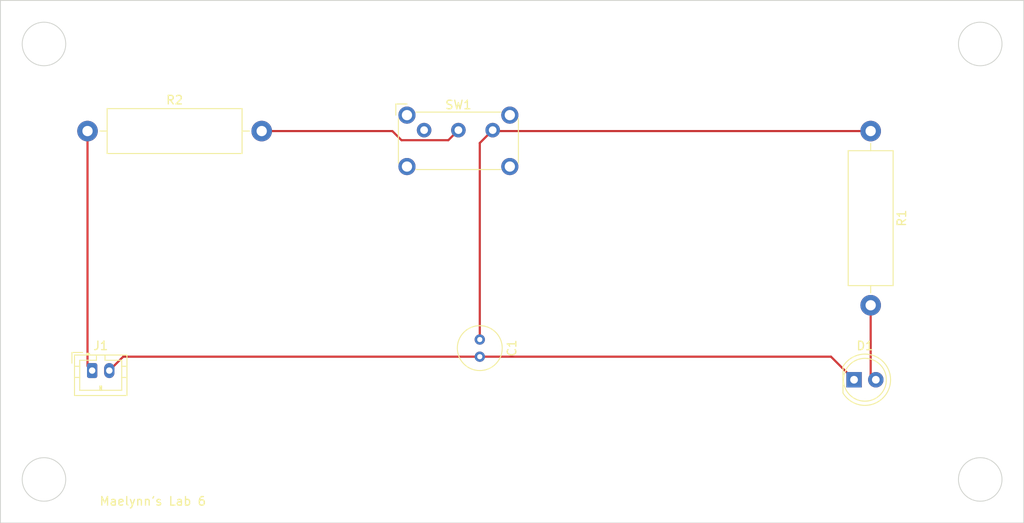
<source format=kicad_pcb>
(kicad_pcb (version 20211014) (generator pcbnew)
  (layers (0 "F.Cu" signal) (31 "B.Cu" signal) (34 "B.Paste" user) (35 "F.Paste" user) (36 "B.SilkS" user "B.Silkscreen") (37 "F.SilkS" user "F.Silkscreen") (38 "B.Mask" user) (39 "F.Mask" user) (44 "Edge.Cuts" user))
  (net 0 "")
  (net 1 "Net-(C1-Pad1)")
  (net 2 "Net-(C1-Pad2)")
  (net 3 "Net-(D1-Pad2)")
  (net 4 "Net-(J1-Pad1)")
  (net 5 "Net-(R2-Pad2)")
  (footprint "Resistor_THT:R_Axial_DIN0516_L15.5mm_D5.0mm_P20.32mm_Horizontal" (layer "F.Cu") (at 101.6 88.9)
    (fp_text reference "R2" (at 10.16 -3.62) (layer "F.SilkS"))
    (fp_text value "2.2 kΩ")
    (fp_line (start 18.03 2.62) (end 18.03 -2.62) (layer "F.SilkS") (width 0.12))
    (fp_line (start 18.03 -2.62) (end 2.29 -2.62) (layer "F.SilkS") (width 0.12))
    (fp_line (start 2.29 2.62) (end 18.03 2.62) (layer "F.SilkS") (width 0.12))
    (fp_line (start 18.88 0) (end 18.03 0) (layer "F.SilkS") (width 0.12))
    (fp_line (start 1.44 0) (end 2.29 0) (layer "F.SilkS") (width 0.12))
    (fp_line (start 2.29 -2.62) (end 2.29 2.62) (layer "F.SilkS") (width 0.12))
    (pad "1" thru_hole circle (at 0 0) (size 2.4 2.4) (drill 1.2) (layers *.Cu *.Mask) (net 4 "Net-(J1-Pad1)"))
    (pad "2" thru_hole oval (at 20.32 0) (size 2.4 2.4) (drill 1.2) (layers *.Cu *.Mask) (net 5 "Net-(R2-Pad2)"))
  )
  (footprint "Capacitor_THT:C_Radial_D5.0mm_H5.0mm_P2.00mm" (layer "F.Cu") (at 147.36 113.22 -90)
    (fp_text reference "C1" (at 1 -3.75 90) (layer "F.SilkS"))
    (fp_text value "4.7 μF")
    (fp_circle (center 1 0) (end 3.62 0) (layer "F.SilkS") (width 0.12) (fill none))
    (pad "1" thru_hole circle (at 0 0 270) (size 1.2 1.2) (drill 0.6) (layers *.Cu *.Mask) (net 1 "Net-(C1-Pad1)"))
    (pad "2" thru_hole circle (at 2 0 270) (size 1.2 1.2) (drill 0.6) (layers *.Cu *.Mask) (net 2 "Net-(C1-Pad2)"))
  )
  (footprint "Resistor_THT:R_Axial_DIN0516_L15.5mm_D5.0mm_P20.32mm_Horizontal" (layer "F.Cu") (at 192.96 88.9 -90)
    (fp_text reference "R1" (at 10.16 -3.62 90) (layer "F.SilkS"))
    (fp_text value "20 kΩ")
    (fp_line (start 18.03 -2.62) (end 2.29 -2.62) (layer "F.SilkS") (width 0.12))
    (fp_line (start 2.29 2.62) (end 18.03 2.62) (layer "F.SilkS") (width 0.12))
    (fp_line (start 2.29 -2.62) (end 2.29 2.62) (layer "F.SilkS") (width 0.12))
    (fp_line (start 1.44 0) (end 2.29 0) (layer "F.SilkS") (width 0.12))
    (fp_line (start 18.88 0) (end 18.03 0) (layer "F.SilkS") (width 0.12))
    (fp_line (start 18.03 2.62) (end 18.03 -2.62) (layer "F.SilkS") (width 0.12))
    (pad "1" thru_hole circle (at 0 0 270) (size 2.4 2.4) (drill 1.2) (layers *.Cu *.Mask) (net 1 "Net-(C1-Pad1)"))
    (pad "2" thru_hole oval (at 20.32 0 270) (size 2.4 2.4) (drill 1.2) (layers *.Cu *.Mask) (net 3 "Net-(D1-Pad2)"))
  )
  (footprint "Connector_JST:JST_PH_B2B-PH-K_1x02_P2.00mm_Vertical" (layer "F.Cu") (at 102.14 116.84)
    (fp_text reference "J1" (at 1 -2.9) (layer "F.SilkS"))
    (fp_text value "9 V")
    (fp_line (start 1.5 -1.2) (end 1.5 -1.81) (layer "F.SilkS") (width 0.12))
    (fp_line (start 4.06 2.91) (end 4.06 -1.81) (layer "F.SilkS") (width 0.12))
    (fp_line (start 4.06 0.8) (end 3.45 0.8) (layer "F.SilkS") (width 0.12))
    (fp_line (start -1.45 -1.2) (end -1.45 2.3) (layer "F.SilkS") (width 0.12))
    (fp_line (start -0.3 -1.91) (end -0.6 -1.91) (layer "F.SilkS") (width 0.12))
    (fp_line (start 4.06 -0.5) (end 3.45 -0.5) (layer "F.SilkS") (width 0.12))
    (fp_line (start -2.06 0.8) (end -1.45 0.8) (layer "F.SilkS") (width 0.12))
    (fp_line (start 0.5 -1.81) (end 0.5 -1.2) (layer "F.SilkS") (width 0.12))
    (fp_line (start -0.6 -2.01) (end -0.6 -1.81) (layer "F.SilkS") (width 0.12))
    (fp_line (start 0.9 1.8) (end 1.1 1.8) (layer "F.SilkS") (width 0.12))
    (fp_line (start 1 2.3) (end 1 1.8) (layer "F.SilkS") (width 0.12))
    (fp_line (start 0.5 -1.2) (end -1.45 -1.2) (layer "F.SilkS") (width 0.12))
    (fp_line (start 0.9 2.3) (end 0.9 1.8) (layer "F.SilkS") (width 0.12))
    (fp_line (start -0.3 -2.01) (end -0.6 -2.01) (layer "F.SilkS") (width 0.12))
    (fp_line (start -2.06 2.91) (end 4.06 2.91) (layer "F.SilkS") (width 0.12))
    (fp_line (start 1.1 1.8) (end 1.1 2.3) (layer "F.SilkS") (width 0.12))
    (fp_line (start -2.36 -2.11) (end -2.36 -0.86) (layer "F.SilkS") (width 0.12))
    (fp_line (start -2.06 -0.5) (end -1.45 -0.5) (layer "F.SilkS") (width 0.12))
    (fp_line (start -1.45 2.3) (end 3.45 2.3) (layer "F.SilkS") (width 0.12))
    (fp_line (start 3.45 2.3) (end 3.45 -1.2) (layer "F.SilkS") (width 0.12))
    (fp_line (start -2.06 -1.81) (end -2.06 2.91) (layer "F.SilkS") (width 0.12))
    (fp_line (start 3.45 -1.2) (end 1.5 -1.2) (layer "F.SilkS") (width 0.12))
    (fp_line (start -0.3 -1.81) (end -0.3 -2.01) (layer "F.SilkS") (width 0.12))
    (fp_line (start -1.11 -2.11) (end -2.36 -2.11) (layer "F.SilkS") (width 0.12))
    (fp_line (start 4.06 -1.81) (end -2.06 -1.81) (layer "F.SilkS") (width 0.12))
    (pad "1" thru_hole roundrect (at 0 0) (size 1.2 1.75) (drill 0.75) (layers *.Cu *.Mask) (roundrect_rratio 0.2083333333) (net 4 "Net-(J1-Pad1)"))
    (pad "2" thru_hole oval (at 2 0) (size 1.2 1.75) (drill 0.75) (layers *.Cu *.Mask) (net 2 "Net-(C1-Pad2)"))
  )
  (footprint "Button_Switch_THT:SW_E-Switch_EG1224_SPDT_Angled" (layer "F.Cu") (at 140.865 88.79)
    (fp_text reference "SW1" (at 4 -2.95) (layer "F.SilkS"))
    (fp_text value " ")
    (fp_line (start -0.95 -2.1) (end 8.95 -2.1) (layer "F.SilkS") (width 0.12))
    (fp_line (start -3.3 -1.75) (end -3.3 -3.05) (layer "F.SilkS") (width 0.12))
    (fp_line (start -3.3 -3.05) (end -2 -3.05) (layer "F.SilkS") (width 0.12))
    (fp_line (start 8.95 4.6) (end -0.95 4.6) (layer "F.SilkS") (width 0.12))
    (fp_line (start 11 -1.35) (end 11 3.85) (layer "F.SilkS") (width 0.12))
    (fp_line (start -3 3.85) (end -3 -1.35) (layer "F.SilkS") (width 0.12))
    (pad "" thru_hole circle (at -2 -1.75) (size 2 2) (drill 1.2) (layers *.Cu *.Mask))
    (pad "" thru_hole circle (at -2 4.25) (size 2 2) (drill 1.2) (layers *.Cu *.Mask))
    (pad "" thru_hole circle (at 10 -1.75) (size 2 2) (drill 1.2) (layers *.Cu *.Mask))
    (pad "" thru_hole circle (at 10 4.25) (size 2 2) (drill 1.2) (layers *.Cu *.Mask))
    (pad "1" thru_hole circle (at 0 0) (size 1.7 1.7) (drill 0.9) (layers *.Cu *.Mask))
    (pad "2" thru_hole circle (at 4 0) (size 1.7 1.7) (drill 0.9) (layers *.Cu *.Mask) (net 5 "Net-(R2-Pad2)"))
    (pad "3" thru_hole circle (at 8 0) (size 1.7 1.7) (drill 0.9) (layers *.Cu *.Mask) (net 1 "Net-(C1-Pad1)"))
  )
  (footprint "LED_THT:LED_D5.0mm" (layer "F.Cu") (at 191.019968 117.91025)
    (fp_text reference "D1" (at 1.27 -3.96) (layer "F.SilkS"))
    (fp_text value "LED")
    (fp_line (start -1.29 -1.545) (end -1.29 1.545) (layer "F.SilkS") (width 0.12))
    (fp_arc (start -1.29 -1.54483) (mid 2.072002 -2.880433) (end 4.26 0.000462) (layer "F.SilkS") (width 0.12))
    (fp_arc (start 4.26 -0.000462) (mid 2.072002 2.880433) (end -1.29 1.54483) (layer "F.SilkS") (width 0.12))
    (fp_circle (center 1.27 0) (end 3.77 0) (layer "F.SilkS") (width 0.12) (fill none))
    (pad "1" thru_hole rect (at 0 0) (size 1.8 1.8) (drill 0.9) (layers *.Cu *.Mask) (net 2 "Net-(C1-Pad2)"))
    (pad "2" thru_hole circle (at 2.54 0) (size 1.8 1.8) (drill 0.9) (layers *.Cu *.Mask) (net 3 "Net-(D1-Pad2)"))
  )
  (gr_circle (center 205.74 78.74) (end 208.28 78.74) (layer "Edge.Cuts") (width 0.1) (fill none))
  (gr_circle (center 96.52 129.54) (end 99.06 129.54) (layer "Edge.Cuts") (width 0.1) (fill none))
  (gr_circle (center 96.52 78.74) (end 99.06 78.74) (layer "Edge.Cuts") (width 0.1) (fill none))
  (gr_circle (center 205.74 129.54) (end 208.28 129.54) (layer "Edge.Cuts") (width 0.1) (fill none))
  (gr_rect (start 91.44 73.66) (end 210.82 134.62) (layer "Edge.Cuts") (width 0.1) (fill none))
  (gr_text "Maelynn's Lab 6" (at 109.22 132.08) (layer "F.SilkS") (effects (font (size 1 1))))
  (segment (start 148.975 88.9) (end 148.865 88.79) (width 0.25) (layer "F.Cu") (net 1))
  (segment (start 192.96 88.9) (end 148.975 88.9) (width 0.25) (layer "F.Cu") (net 1))
  (segment (start 147.36 90.295) (end 147.36 113.22) (width 0.25) (layer "F.Cu") (net 1))
  (segment (start 148.865 88.79) (end 147.36 90.295) (width 0.25) (layer "F.Cu") (net 1))
  (segment (start 147.36 115.22) (end 188.329718 115.22) (width 0.25) (layer "F.Cu") (net 2))
  (segment (start 147.36 115.22) (end 105.76 115.22) (width 0.25) (layer "F.Cu") (net 2))
  (segment (start 188.329718 115.22) (end 191.019968 117.91025) (width 0.25) (layer "F.Cu") (net 2))
  (segment (start 105.76 115.22) (end 104.14 116.84) (width 0.25) (layer "F.Cu") (net 2))
  (segment (start 192.96 109.22) (end 192.96 117.310282) (width 0.25) (layer "F.Cu") (net 3))
  (segment (start 192.96 117.310282) (end 193.559968 117.91025) (width 0.25) (layer "F.Cu") (net 3))
  (segment (start 101.6 116.3) (end 102.14 116.84) (width 0.25) (layer "F.Cu") (net 4))
  (segment (start 101.6 88.9) (end 101.6 116.3) (width 0.25) (layer "F.Cu") (net 4))
  (segment (start 137.16 88.9) (end 138.225 89.965) (width 0.25) (layer "F.Cu") (net 5))
  (segment (start 143.69 89.965) (end 144.865 88.79) (width 0.25) (layer "F.Cu") (net 5))
  (segment (start 138.225 89.965) (end 143.69 89.965) (width 0.25) (layer "F.Cu") (net 5))
  (segment (start 121.92 88.9) (end 137.16 88.9) (width 0.25) (layer "F.Cu") (net 5))
)
</source>
